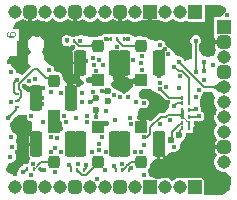
<source format=gbl>
G04*
G04 #@! TF.GenerationSoftware,Altium Limited,Altium Designer,23.11.1 (41)*
G04*
G04 Layer_Physical_Order=6*
G04 Layer_Color=16711680*
%FSLAX44Y44*%
%MOMM*%
G71*
G04*
G04 #@! TF.SameCoordinates,860607A7-82FE-4F03-8345-F0151ACF9F54*
G04*
G04*
G04 #@! TF.FilePolarity,Positive*
G04*
G01*
G75*
%ADD10C,0.1000*%
%ADD13R,0.3500X0.2500*%
%ADD16R,0.2500X0.3500*%
%ADD21C,0.2000*%
%ADD63C,1.1430*%
G04:AMPARAMS|DCode=64|XSize=1.143mm|YSize=1.143mm|CornerRadius=0.2858mm|HoleSize=0mm|Usage=FLASHONLY|Rotation=270.000|XOffset=0mm|YOffset=0mm|HoleType=Round|Shape=RoundedRectangle|*
%AMROUNDEDRECTD64*
21,1,1.1430,0.5715,0,0,270.0*
21,1,0.5715,1.1430,0,0,270.0*
1,1,0.5715,-0.2858,-0.2858*
1,1,0.5715,-0.2858,0.2858*
1,1,0.5715,0.2858,0.2858*
1,1,0.5715,0.2858,-0.2858*
%
%ADD64ROUNDEDRECTD64*%
%ADD65R,1.1430X1.1430*%
G04:AMPARAMS|DCode=66|XSize=1.143mm|YSize=1.143mm|CornerRadius=0.2858mm|HoleSize=0mm|Usage=FLASHONLY|Rotation=180.000|XOffset=0mm|YOffset=0mm|HoleType=Round|Shape=RoundedRectangle|*
%AMROUNDEDRECTD66*
21,1,1.1430,0.5715,0,0,180.0*
21,1,0.5715,1.1430,0,0,180.0*
1,1,0.5715,-0.2858,0.2858*
1,1,0.5715,0.2858,0.2858*
1,1,0.5715,0.2858,-0.2858*
1,1,0.5715,-0.2858,-0.2858*
%
%ADD66ROUNDEDRECTD66*%
%ADD67R,1.1430X1.1430*%
%ADD68C,0.3000*%
%ADD69C,0.1500*%
%ADD70C,0.2500*%
%ADD73C,0.4000*%
%ADD74C,0.4000*%
%ADD77C,0.6000*%
G04:AMPARAMS|DCode=78|XSize=1.05mm|YSize=2.2mm|CornerRadius=0.2625mm|HoleSize=0mm|Usage=FLASHONLY|Rotation=180.000|XOffset=0mm|YOffset=0mm|HoleType=Round|Shape=RoundedRectangle|*
%AMROUNDEDRECTD78*
21,1,1.0500,1.6750,0,0,180.0*
21,1,0.5250,2.2000,0,0,180.0*
1,1,0.5250,-0.2625,0.8375*
1,1,0.5250,0.2625,0.8375*
1,1,0.5250,0.2625,-0.8375*
1,1,0.5250,-0.2625,-0.8375*
%
%ADD78ROUNDEDRECTD78*%
%ADD79R,1.0000X1.0500*%
G04:AMPARAMS|DCode=80|XSize=1.05mm|YSize=1mm|CornerRadius=0.25mm|HoleSize=0mm|Usage=FLASHONLY|Rotation=90.000|XOffset=0mm|YOffset=0mm|HoleType=Round|Shape=RoundedRectangle|*
%AMROUNDEDRECTD80*
21,1,1.0500,0.5000,0,0,90.0*
21,1,0.5500,1.0000,0,0,90.0*
1,1,0.5000,0.2500,0.2750*
1,1,0.5000,0.2500,-0.2750*
1,1,0.5000,-0.2500,-0.2750*
1,1,0.5000,-0.2500,0.2750*
%
%ADD80ROUNDEDRECTD80*%
%ADD81C,0.1200*%
G36*
X185410Y162551D02*
X187350Y161748D01*
X188780Y160792D01*
X189185Y157660D01*
X184463Y152565D01*
X178535D01*
Y136135D01*
X178535D01*
X179532Y134920D01*
X179450Y134507D01*
Y133150D01*
X186750D01*
Y130150D01*
X179450D01*
Y128792D01*
X179788Y127092D01*
X180466Y126077D01*
X179142Y122202D01*
X179095Y122121D01*
X179025Y121861D01*
X178546Y120457D01*
X178093Y120179D01*
X176936Y119706D01*
X172549Y118815D01*
X170895Y119500D01*
X169105D01*
X166314Y124838D01*
Y129917D01*
X166368Y130004D01*
X166815Y130451D01*
X167500Y132105D01*
Y133895D01*
X166815Y135549D01*
X165549Y136815D01*
X163895Y137500D01*
X162105D01*
X160451Y136815D01*
X159185Y135549D01*
X158500Y133895D01*
Y132105D01*
X159185Y130451D01*
X159632Y130004D01*
X159686Y129917D01*
Y117485D01*
X158965Y117186D01*
X153500Y115895D01*
X152815Y117549D01*
X151549Y118815D01*
X150043Y119439D01*
X149895Y119500D01*
X148338Y119963D01*
X146117Y121660D01*
X144139Y123809D01*
X143970Y124174D01*
X143815Y124549D01*
X142549Y125815D01*
X140895Y126500D01*
X138590Y127590D01*
X137500Y129895D01*
X137500Y129895D01*
X137500Y129895D01*
X136815Y131549D01*
X135549Y132815D01*
X133895Y133500D01*
X133895Y133500D01*
X133283Y133500D01*
X132105Y133500D01*
X130451Y132815D01*
X126010Y133267D01*
X125031Y133470D01*
X123824Y134028D01*
X123105Y135105D01*
X121451Y136210D01*
X119500Y136598D01*
X114500D01*
X112549Y136210D01*
X109815Y136549D01*
X108549Y137815D01*
X106895Y138500D01*
X105105D01*
X104501Y138250D01*
X89665D01*
X88164Y138872D01*
X86374D01*
X84720Y138187D01*
X83454Y136921D01*
X83258Y136447D01*
X82500Y136598D01*
X77500D01*
X75549Y136210D01*
X75539Y136203D01*
X74729Y136118D01*
X69250Y137250D01*
X66663Y137389D01*
X66395Y137500D01*
X64605D01*
X64605Y137500D01*
X64001Y137250D01*
X56141D01*
X55370Y137570D01*
X55369Y137570D01*
X53580Y137570D01*
X53580Y137570D01*
X53221Y137421D01*
X50750Y137250D01*
X49975Y133965D01*
X49975Y133964D01*
X49975Y133063D01*
X49975Y132175D01*
X49975Y132174D01*
X50750Y128750D01*
X53393Y128647D01*
X53580Y128570D01*
X53580Y128569D01*
X54272Y128570D01*
X54272Y128569D01*
X54279Y128570D01*
X55368D01*
X55370Y128569D01*
X55806Y128750D01*
X56028Y128426D01*
X59004Y122750D01*
X58929Y122375D01*
Y115000D01*
X60133D01*
Y113000D01*
X58929D01*
Y105625D01*
X59210Y104211D01*
X59445Y103859D01*
X60295Y104710D01*
X61709Y103295D01*
X60859Y102445D01*
X61211Y102210D01*
X62625Y101929D01*
X64376D01*
X69118Y97321D01*
X63970Y93767D01*
X63796Y93789D01*
X63557Y94143D01*
X62705Y93291D01*
X61290Y94705D01*
X62141Y95555D01*
X61789Y95790D01*
X60375Y96071D01*
X59401D01*
X59499Y95823D01*
X59718Y95456D01*
X59978Y95178D01*
X60277Y94990D01*
X60617Y94890D01*
X60996Y94879D01*
X53275Y94225D01*
X53602Y94511D01*
X53896Y94839D01*
X54155Y95209D01*
X54379Y95621D01*
X54569Y96075D01*
X54695Y96480D01*
X51267Y99740D01*
X50598Y100822D01*
Y101500D01*
X50210Y103451D01*
X49105Y105105D01*
X47451Y106210D01*
X43500Y107105D01*
Y108895D01*
X42815Y110549D01*
X41549Y111815D01*
X39895Y112500D01*
X36722Y114820D01*
X35000Y117708D01*
Y117922D01*
X34523Y119702D01*
X32724Y123500D01*
X34523Y127298D01*
X35000Y129079D01*
Y130922D01*
X34523Y132702D01*
X33601Y134298D01*
X32298Y135601D01*
X30702Y136523D01*
X28922Y137000D01*
X27078D01*
X25298Y136523D01*
X23702Y135601D01*
X22399Y134298D01*
X21477Y132702D01*
X21000Y130922D01*
Y129079D01*
X21477Y127298D01*
X23276Y123500D01*
X21477Y119702D01*
X21000Y117922D01*
Y116079D01*
X21477Y114298D01*
X22399Y112702D01*
X23702Y111399D01*
X23738Y111125D01*
X16419Y103806D01*
X14182Y104455D01*
X10963Y106178D01*
X10876Y107204D01*
X10191Y108858D01*
X8925Y110124D01*
X7271Y110809D01*
X4328Y116331D01*
X5815Y119949D01*
X12228D01*
Y132892D01*
X13459D01*
Y142974D01*
X8635D01*
X8565Y143285D01*
X11332Y149035D01*
X13421Y149595D01*
X15294Y150676D01*
X15966Y151348D01*
X16951Y151251D01*
X18392Y150288D01*
X20092Y149950D01*
X21450D01*
Y157250D01*
X24450D01*
Y149950D01*
X25807D01*
X27508Y150288D01*
X28949Y151251D01*
X29934Y151348D01*
X30606Y150676D01*
X32479Y149595D01*
X34569Y149035D01*
X36732D01*
X38821Y149595D01*
X40694Y150676D01*
X41710Y151692D01*
X42290D01*
X43306Y150676D01*
X45179Y149595D01*
X47269Y149035D01*
X49432D01*
X51521Y149595D01*
X53394Y150676D01*
X54066Y151348D01*
X55051Y151251D01*
X56492Y150288D01*
X58193Y149950D01*
X59550D01*
Y157250D01*
X62550D01*
Y149950D01*
X63907D01*
X65608Y150288D01*
X67049Y151251D01*
X68034Y151348D01*
X68706Y150676D01*
X70579Y149595D01*
X72668Y149035D01*
X74832D01*
X76921Y149595D01*
X78794Y150676D01*
X79810Y151692D01*
X80390D01*
X81406Y150676D01*
X83279Y149595D01*
X85368Y149035D01*
X87531D01*
X89621Y149595D01*
X91494Y150676D01*
X92166Y151348D01*
X93151Y151251D01*
X94592Y150288D01*
X96292Y149950D01*
X97650D01*
Y157250D01*
X100650D01*
Y149950D01*
X102008D01*
X103708Y150288D01*
X105149Y151251D01*
X106806Y150676D01*
X108679Y149595D01*
X110768Y149035D01*
X112931Y149035D01*
X117335Y150035D01*
X117335Y150035D01*
X123050D01*
Y157250D01*
X126050D01*
Y150035D01*
X131765D01*
X131765Y150035D01*
X136168Y149035D01*
X138331D01*
X140421Y149595D01*
X142294Y150676D01*
X143600Y151982D01*
X144906Y150676D01*
X146779Y149595D01*
X148478Y149139D01*
X148869Y149035D01*
X154435D01*
Y149035D01*
X170865D01*
Y162961D01*
X183350D01*
X185410Y162551D01*
D02*
G37*
G36*
X89781Y134845D02*
X89873Y134816D01*
X90049Y134779D01*
X90236Y134757D01*
X90433Y134750D01*
X90125Y133250D01*
X89934Y133245D01*
X89781Y133232D01*
Y132500D01*
X89766Y132642D01*
X89720Y132770D01*
X89646Y132882D01*
X89541Y132980D01*
X89405Y133062D01*
X89244Y133128D01*
X89213Y133120D01*
X89044Y133063D01*
X88879Y132996D01*
X88719Y132918D01*
X88564Y132829D01*
X88412Y132731D01*
X88509Y133244D01*
X88280Y133250D01*
Y134750D01*
X88566Y134757D01*
X88800Y134778D01*
X88933Y135482D01*
X89036Y135343D01*
X89149Y135218D01*
X89273Y135109D01*
X89407Y135014D01*
X89471Y134978D01*
X89541Y135020D01*
X89646Y135118D01*
X89720Y135230D01*
X89766Y135358D01*
X89781Y135500D01*
Y134845D01*
D02*
G37*
G36*
X103235Y135358D02*
X103279Y135230D01*
X103355Y135118D01*
X103460Y135020D01*
X103595Y134937D01*
X103744Y134876D01*
X103847Y134913D01*
X104006Y134984D01*
X104158Y135069D01*
X104303Y135166D01*
X104441Y135276D01*
X104572Y135400D01*
Y134754D01*
X104719Y134750D01*
Y133250D01*
X104572Y133246D01*
Y132600D01*
X104441Y132724D01*
X104303Y132834D01*
X104158Y132931D01*
X104006Y133016D01*
X103847Y133088D01*
X103744Y133124D01*
X103595Y133062D01*
X103460Y132980D01*
X103355Y132882D01*
X103279Y132770D01*
X103235Y132642D01*
X103219Y132500D01*
Y133235D01*
X103140Y133244D01*
X102946Y133250D01*
Y134750D01*
X103140Y134756D01*
X103219Y134765D01*
Y135500D01*
X103235Y135358D01*
D02*
G37*
G36*
X97662Y134757D02*
X97653Y134586D01*
X97692Y134388D01*
X97780Y134163D01*
X97915Y133911D01*
X98098Y133633D01*
X98329Y133327D01*
X98935Y132636D01*
X99311Y132250D01*
X98219Y131220D01*
X97889Y131539D01*
X97308Y132036D01*
X97056Y132213D01*
X96831Y132343D01*
X96632Y132425D01*
X96459Y132460D01*
X96313Y132448D01*
X96192Y132388D01*
X96098Y132281D01*
X97719Y134902D01*
X97662Y134757D01*
D02*
G37*
G36*
X61163Y133757D02*
X61153Y133586D01*
X61192Y133388D01*
X61280Y133163D01*
X61415Y132911D01*
X61598Y132633D01*
X61829Y132327D01*
X62435Y131636D01*
X62811Y131250D01*
X61719Y130220D01*
X61389Y130539D01*
X60808Y131036D01*
X60556Y131213D01*
X60331Y131343D01*
X60132Y131425D01*
X59959Y131460D01*
X59813Y131448D01*
X59692Y131388D01*
X59598Y131280D01*
X61220Y133902D01*
X61163Y133757D01*
D02*
G37*
G36*
X164277Y131441D02*
X164166Y131303D01*
X164069Y131158D01*
X163984Y131006D01*
X163913Y130847D01*
X163854Y130681D01*
X163808Y130507D01*
X163776Y130327D01*
X163757Y130140D01*
X163750Y129946D01*
X162250D01*
X162243Y130140D01*
X162224Y130327D01*
X162192Y130507D01*
X162146Y130681D01*
X162087Y130847D01*
X162016Y131006D01*
X161931Y131158D01*
X161834Y131303D01*
X161723Y131441D01*
X161600Y131572D01*
X164400D01*
X164277Y131441D01*
D02*
G37*
G36*
X112013Y127250D02*
X111997Y127393D01*
X111951Y127520D01*
X111875Y127633D01*
X111768Y127730D01*
X111630Y127812D01*
X111462Y127880D01*
X111263Y127933D01*
X111033Y127970D01*
X110773Y127992D01*
X110482Y128000D01*
Y129500D01*
X110773Y129508D01*
X111033Y129530D01*
X111263Y129567D01*
X111462Y129620D01*
X111630Y129688D01*
X111768Y129770D01*
X111875Y129867D01*
X111951Y129980D01*
X111997Y130107D01*
X112013Y130250D01*
Y127250D01*
D02*
G37*
G36*
X75013D02*
X74997Y127393D01*
X74951Y127520D01*
X74875Y127633D01*
X74768Y127730D01*
X74630Y127812D01*
X74462Y127880D01*
X74263Y127933D01*
X74033Y127970D01*
X73773Y127992D01*
X73482Y128000D01*
Y129500D01*
X73773Y129508D01*
X74033Y129530D01*
X74263Y129567D01*
X74462Y129620D01*
X74630Y129688D01*
X74768Y129770D01*
X74875Y129867D01*
X74951Y129980D01*
X74997Y130107D01*
X75013Y130250D01*
Y127250D01*
D02*
G37*
G36*
X151005Y114800D02*
X151025Y114624D01*
X151058Y114453D01*
X151106Y114286D01*
X151168Y114123D01*
X151244Y113964D01*
X151334Y113809D01*
X151439Y113659D01*
X151557Y113513D01*
X151690Y113371D01*
X150629Y112310D01*
X150487Y112443D01*
X150341Y112561D01*
X150191Y112666D01*
X150036Y112756D01*
X149877Y112832D01*
X149714Y112894D01*
X149547Y112942D01*
X149376Y112975D01*
X149200Y112995D01*
X149020Y113000D01*
X151000Y114980D01*
X151005Y114800D01*
D02*
G37*
G36*
X171276Y113441D02*
X171166Y113303D01*
X171068Y113158D01*
X170984Y113006D01*
X170912Y112847D01*
X170854Y112681D01*
X170809Y112507D01*
X170776Y112327D01*
X170756Y112140D01*
X170750Y111946D01*
X169250D01*
X169244Y112140D01*
X169224Y112327D01*
X169191Y112507D01*
X169146Y112681D01*
X169088Y112847D01*
X169016Y113006D01*
X168932Y113158D01*
X168834Y113303D01*
X168724Y113441D01*
X168600Y113572D01*
X171400D01*
X171276Y113441D01*
D02*
G37*
G36*
X170756Y109860D02*
X170776Y109673D01*
X170809Y109493D01*
X170854Y109319D01*
X170912Y109153D01*
X170984Y108994D01*
X171068Y108842D01*
X171166Y108697D01*
X171276Y108559D01*
X171400Y108428D01*
X168600D01*
X168724Y108559D01*
X168834Y108697D01*
X168932Y108842D01*
X169016Y108994D01*
X169088Y109153D01*
X169146Y109319D01*
X169191Y109493D01*
X169224Y109673D01*
X169244Y109860D01*
X169250Y110054D01*
X170750D01*
X170756Y109860D01*
D02*
G37*
G36*
X163757Y108860D02*
X163776Y108673D01*
X163808Y108492D01*
X163854Y108319D01*
X163913Y108153D01*
X163984Y107994D01*
X164069Y107842D01*
X164166Y107697D01*
X164277Y107559D01*
X164400Y107428D01*
X161600D01*
X161723Y107559D01*
X161834Y107697D01*
X161931Y107842D01*
X162016Y107994D01*
X162087Y108153D01*
X162146Y108319D01*
X162192Y108492D01*
X162224Y108673D01*
X162243Y108860D01*
X162250Y109054D01*
X163750D01*
X163757Y108860D01*
D02*
G37*
G36*
X38013Y100018D02*
X38013Y100130D01*
X37982Y100231D01*
X37921Y100319D01*
X37830Y100396D01*
X37708Y100461D01*
X37555Y100514D01*
X37373Y100556D01*
X37159Y100585D01*
X36916Y100603D01*
X36641Y100609D01*
Y102109D01*
X36954Y102114D01*
X37485Y102160D01*
X37704Y102201D01*
X37891Y102252D01*
X38047Y102315D01*
X38171Y102390D01*
X38265Y102476D01*
X38326Y102574D01*
X38357Y102683D01*
X38013Y100018D01*
D02*
G37*
G36*
X11980Y98000D02*
X11800Y97995D01*
X11624Y97975D01*
X11453Y97942D01*
X11286Y97894D01*
X11123Y97832D01*
X10964Y97756D01*
X10809Y97666D01*
X10659Y97562D01*
X10513Y97443D01*
X10371Y97310D01*
X9310Y98371D01*
X9443Y98513D01*
X9561Y98659D01*
X9666Y98809D01*
X9756Y98964D01*
X9832Y99123D01*
X9894Y99286D01*
X9942Y99453D01*
X9975Y99624D01*
X9995Y99800D01*
X10000Y99980D01*
X11980Y98000D01*
D02*
G37*
G36*
X75061Y97037D02*
X75032Y97195D01*
X74946Y97337D01*
X74803Y97462D01*
X74603Y97570D01*
X74345Y97662D01*
X74030Y97737D01*
X73657Y97795D01*
X73228Y97837D01*
X72197Y97871D01*
Y101870D01*
X72741Y101879D01*
X73657Y101946D01*
X74030Y102004D01*
X74345Y102079D01*
X74603Y102171D01*
X74803Y102279D01*
X74946Y102404D01*
X75032Y102546D01*
X75061Y102704D01*
Y97037D01*
D02*
G37*
G36*
X112061Y96969D02*
X112040Y96975D01*
X111979Y96980D01*
X111546Y96992D01*
X110000Y97000D01*
Y101000D01*
X112061Y101031D01*
Y96969D01*
D02*
G37*
G36*
X86402Y90832D02*
X86493Y90808D01*
X86673Y90776D01*
X86860Y90757D01*
X87054Y90750D01*
Y89250D01*
X86860Y89243D01*
X86673Y89224D01*
X86493Y89192D01*
X86402Y89168D01*
Y88500D01*
X86306Y88643D01*
X86191Y88770D01*
X86058Y88883D01*
X85916Y88973D01*
X85842Y88932D01*
X85697Y88834D01*
X85559Y88723D01*
X85428Y88600D01*
Y89159D01*
X85335Y89183D01*
X85107Y89220D01*
X84861Y89242D01*
X84595Y89250D01*
Y90750D01*
X84861Y90758D01*
X85107Y90780D01*
X85335Y90817D01*
X85428Y90841D01*
Y91400D01*
X85559Y91277D01*
X85697Y91166D01*
X85842Y91068D01*
X85916Y91027D01*
X86058Y91117D01*
X86191Y91230D01*
X86306Y91357D01*
X86402Y91500D01*
Y90832D01*
D02*
G37*
G36*
X182669Y89549D02*
X182045Y90167D01*
X180338Y91629D01*
X179823Y91987D01*
X179335Y92280D01*
X178874Y92507D01*
X178441Y92670D01*
X178035Y92767D01*
X177656Y92800D01*
Y94300D01*
X178035Y94332D01*
X178441Y94430D01*
X178874Y94592D01*
X179335Y94820D01*
X179823Y95112D01*
X180338Y95470D01*
X180879Y95892D01*
X182045Y96933D01*
X182669Y97550D01*
Y89549D01*
D02*
G37*
G36*
X23039Y89490D02*
X23021Y89535D01*
X22957Y89574D01*
X22847Y89609D01*
X22690Y89639D01*
X22487Y89665D01*
X21942Y89702D01*
X20775Y89723D01*
Y93723D01*
X21306Y93725D01*
X23471Y93860D01*
X23559Y93897D01*
X23592Y93937D01*
X23039Y89490D01*
D02*
G37*
G36*
X99970Y115940D02*
X99996Y115674D01*
X100040Y115460D01*
X100101Y115298D01*
X100180Y115188D01*
X100276Y115129D01*
X100390Y115123D01*
X100521Y115168D01*
X100670Y115265D01*
X100836Y115414D01*
X103664Y112586D01*
X102961Y111866D01*
X101485Y110170D01*
X101591Y108965D01*
X101732Y104281D01*
X101738Y103133D01*
X103250D01*
Y101929D01*
X104875D01*
X105000Y101954D01*
X109365Y99580D01*
X109645Y98280D01*
X109779Y94121D01*
X105252Y89500D01*
X105105D01*
X103451Y88815D01*
X102692Y88056D01*
X102500Y87864D01*
X101549Y88815D01*
X100491Y89253D01*
X99895Y89500D01*
X97866Y90150D01*
X96093Y91085D01*
X94591Y92269D01*
X93401Y93377D01*
X93278Y93500D01*
X92377Y94401D01*
X91549Y94879D01*
X91233Y96100D01*
X91302Y96550D01*
X92264Y98277D01*
X95417Y101000D01*
X92749D01*
X92741Y103039D01*
X96172D01*
X99992Y105625D01*
X100326Y107981D01*
X100476Y108735D01*
X100295Y108404D01*
X100110Y107970D01*
X99999Y107578D01*
X99961Y107226D01*
Y116258D01*
X99970Y115940D01*
D02*
G37*
G36*
X10500Y89530D02*
X11301Y88842D01*
X11446Y88748D01*
X11569Y88686D01*
X11670Y88656D01*
X11749Y88657D01*
X11806Y88689D01*
X10311Y87123D01*
X10341Y87182D01*
X10341Y87262D01*
X10309Y87365D01*
X10246Y87488D01*
X10153Y87633D01*
X10028Y87800D01*
X9686Y88199D01*
X9220Y88684D01*
X10245Y89780D01*
X10500Y89530D01*
D02*
G37*
G36*
X14780Y83219D02*
X14483Y82912D01*
X14016Y82360D01*
X13847Y82116D01*
X13720Y81894D01*
X13635Y81692D01*
X13592Y81512D01*
Y81353D01*
X13635Y81215D01*
X13720Y81098D01*
X11598Y83219D01*
X11715Y83135D01*
X11853Y83092D01*
X12012D01*
X12192Y83135D01*
X12394Y83219D01*
X12616Y83347D01*
X12860Y83517D01*
X13125Y83729D01*
X13720Y84280D01*
X14780Y83219D01*
D02*
G37*
G36*
X76407Y83015D02*
X77031Y82188D01*
X76916Y82071D01*
X77149Y81639D01*
X77070Y81688D01*
X76985Y81715D01*
X76892Y81723D01*
X76792Y81709D01*
X76685Y81676D01*
X76571Y81621D01*
X76449Y81546D01*
X76417Y81522D01*
X75929Y80973D01*
X75810Y80813D01*
X75627Y80530D01*
X75564Y80407D01*
X74675Y83024D01*
X74816Y82961D01*
X74957Y82921D01*
X75100Y82903D01*
X75244Y82907D01*
X75388Y82934D01*
X75532Y82982D01*
X75678Y83053D01*
X75703Y83068D01*
X75778Y83172D01*
X75867Y83313D01*
X75935Y83441D01*
X75982Y83556D01*
X76007Y83660D01*
X76010Y83752D01*
X76407Y83015D01*
D02*
G37*
G36*
X124600Y91595D02*
X128717Y89670D01*
X130451Y88185D01*
X132105Y87500D01*
X132105Y87500D01*
X132814Y87500D01*
X137907Y82407D01*
X138982Y81689D01*
X140500Y78895D01*
Y77105D01*
X137981Y73302D01*
X136820Y72523D01*
X136365Y72069D01*
X133388D01*
X132023Y71797D01*
X130865Y71023D01*
X125009Y65168D01*
X123000Y66000D01*
Y66000D01*
X118000D01*
Y64867D01*
X116000D01*
Y66000D01*
X114127D01*
X113039Y67759D01*
X114870Y75244D01*
X116451Y76185D01*
X118105Y75500D01*
X119895D01*
X121549Y76185D01*
X122815Y77451D01*
X123500Y79105D01*
Y80895D01*
X122815Y82549D01*
X121549Y83815D01*
X119895Y84500D01*
X118105D01*
X116451Y83815D01*
X114980Y85742D01*
X115423Y88627D01*
X117957Y91802D01*
X122957D01*
X124600Y91595D01*
D02*
G37*
G36*
X11899Y75271D02*
X11868Y75243D01*
X11840Y75196D01*
X11816Y75131D01*
X11796Y75047D01*
X11780Y74944D01*
X11767Y74823D01*
X11752Y74524D01*
X11750Y74346D01*
X10250D01*
X10280Y75280D01*
X11934D01*
X11899Y75271D01*
D02*
G37*
G36*
X80394Y71325D02*
X80267Y71208D01*
X80156Y71073D01*
X80059Y70919D01*
X79977Y70747D01*
X79910Y70556D01*
X79875Y70416D01*
X79897Y70336D01*
X79956Y70171D01*
X80029Y70014D01*
X80115Y69863D01*
X80214Y69720D01*
X80327Y69585D01*
X80452Y69457D01*
X77653Y69399D01*
X77774Y69533D01*
X77883Y69673D01*
X77979Y69820D01*
X78061Y69974D01*
X78132Y70134D01*
X78189Y70302D01*
X78209Y70379D01*
X78170Y70532D01*
X78102Y70721D01*
X78019Y70891D01*
X77921Y71042D01*
X77808Y71175D01*
X77679Y71288D01*
X77536Y71382D01*
X80535Y71423D01*
X80394Y71325D01*
D02*
G37*
G36*
X7021Y69306D02*
X6888Y69165D01*
X6770Y69018D01*
X6665Y68868D01*
X6575Y68713D01*
X6499Y68555D01*
X6437Y68392D01*
X6389Y68224D01*
X6356Y68053D01*
X6336Y67877D01*
X6331Y67697D01*
X4351Y69677D01*
X4531Y69682D01*
X4707Y69702D01*
X4878Y69735D01*
X5046Y69783D01*
X5209Y69845D01*
X5367Y69921D01*
X5522Y70011D01*
X5672Y70116D01*
X5818Y70234D01*
X5961Y70367D01*
X7021Y69306D01*
D02*
G37*
G36*
X87000Y61000D02*
X84939Y60970D01*
X84970Y64970D01*
X84990Y64975D01*
X85051Y64981D01*
X85477Y64992D01*
X87000Y65000D01*
Y61000D01*
D02*
G37*
G36*
X17616Y69799D02*
X18710Y69235D01*
X19500Y68105D01*
X20185Y66451D01*
X21451Y65185D01*
X23105Y64500D01*
X23957D01*
X24927Y62862D01*
X24211Y56790D01*
X23859Y56555D01*
X24709Y55705D01*
X23295Y54290D01*
X22445Y55141D01*
X22210Y54789D01*
X21929Y53375D01*
Y46000D01*
X23133D01*
Y44000D01*
X21929D01*
Y36625D01*
X22210Y35211D01*
X22852Y34250D01*
X22574Y32853D01*
X20835Y28250D01*
X16750D01*
Y26500D01*
X16105D01*
X14451Y25815D01*
X13185Y24549D01*
X12500Y22895D01*
Y22730D01*
X11933Y20769D01*
X9526Y19336D01*
X2986Y22051D01*
X2214Y24649D01*
X5355Y29500D01*
X7145D01*
X8799Y30185D01*
X10065Y31451D01*
X10750Y33105D01*
Y34895D01*
X11408Y40317D01*
X12093Y41971D01*
Y43761D01*
X12093Y43761D01*
X12093Y43761D01*
X10815Y48451D01*
X10815Y48451D01*
X11500Y50105D01*
Y51895D01*
X11500Y51895D01*
X11500Y51895D01*
X10815Y53549D01*
Y53549D01*
X9549Y54815D01*
X7895Y55500D01*
X7895Y55500D01*
X5829Y61386D01*
X6850Y63850D01*
X6880Y63862D01*
X8146Y65128D01*
X8146Y65128D01*
X8831Y66782D01*
X13622Y70335D01*
X17616Y69799D01*
D02*
G37*
G36*
X179174Y84157D02*
X179095Y84021D01*
X178535Y81931D01*
Y79768D01*
X179095Y77679D01*
X180177Y75806D01*
X181483Y74500D01*
X180177Y73194D01*
X179095Y71321D01*
X178535Y69231D01*
Y67068D01*
X179095Y64979D01*
X180177Y63106D01*
X181483Y61800D01*
X180177Y60494D01*
X179095Y58621D01*
X178535Y56531D01*
Y54368D01*
X179095Y52279D01*
X180177Y50406D01*
X180848Y49734D01*
X180751Y48749D01*
X179788Y47307D01*
X179450Y45607D01*
Y44250D01*
X186750D01*
Y41250D01*
X179450D01*
Y39892D01*
X179788Y38192D01*
X180751Y36751D01*
X180848Y35766D01*
X180177Y35094D01*
X179095Y33221D01*
X178535Y31131D01*
Y28968D01*
X179095Y26879D01*
X180177Y25006D01*
X181706Y23476D01*
X183579Y22395D01*
X185669Y21835D01*
X187832D01*
X192387Y18198D01*
X192961Y17221D01*
Y11650D01*
X192551Y9590D01*
X191747Y7650D01*
X190581Y5904D01*
X189096Y4419D01*
X187350Y3252D01*
X185410Y2449D01*
X183350Y2039D01*
X170365D01*
Y16965D01*
X153935D01*
X153935Y16965D01*
X148368Y16965D01*
X146279Y16405D01*
X144406Y15324D01*
X143100Y14018D01*
X141794Y15324D01*
X139921Y16405D01*
X137831Y16965D01*
X135668Y16965D01*
X131265Y15965D01*
X125786Y17223D01*
X123500Y18105D01*
Y19895D01*
X122815Y21549D01*
X123105Y23895D01*
X124210Y25549D01*
X124598Y27500D01*
Y28178D01*
X125267Y29260D01*
X129125Y32929D01*
X130750D01*
Y34133D01*
X132750D01*
Y32929D01*
X134375D01*
X135789Y33210D01*
X136141Y33445D01*
X135290Y34295D01*
X136705Y35710D01*
X137555Y34859D01*
X137790Y35211D01*
X137815Y35336D01*
X139546Y36774D01*
X140870Y37506D01*
X144071Y38514D01*
X144105Y38500D01*
X144105Y38500D01*
X145895D01*
X147549Y39185D01*
X148815Y40451D01*
X148815Y40451D01*
X149500Y42105D01*
X149500Y43895D01*
X150904Y47337D01*
X152377Y48599D01*
X153401Y49623D01*
X154125Y50877D01*
X154500Y52276D01*
Y53724D01*
X155054Y54446D01*
X161000D01*
Y59797D01*
X164681Y64014D01*
X166356Y64500D01*
X166895D01*
X168549Y65185D01*
X169815Y66451D01*
X170500Y68105D01*
Y69895D01*
X169815Y71549D01*
X168549Y72815D01*
X167197Y73375D01*
X167500Y74105D01*
Y75895D01*
X166815Y77549D01*
Y82451D01*
X167500Y84105D01*
Y85533D01*
X168234Y86704D01*
X170494Y89191D01*
X176516Y89243D01*
X179174Y84157D01*
D02*
G37*
G36*
X112013Y28750D02*
X111997Y28893D01*
X111951Y29020D01*
X111875Y29132D01*
X111768Y29230D01*
X111630Y29313D01*
X111462Y29380D01*
X111263Y29432D01*
X111033Y29470D01*
X110773Y29492D01*
X110482Y29500D01*
Y31000D01*
X110773Y31007D01*
X111033Y31030D01*
X111263Y31068D01*
X111462Y31120D01*
X111630Y31188D01*
X111768Y31270D01*
X111875Y31367D01*
X111951Y31480D01*
X111997Y31607D01*
X112013Y31750D01*
Y28750D01*
D02*
G37*
G36*
X38013D02*
X37997Y28893D01*
X37951Y29020D01*
X37875Y29132D01*
X37768Y29230D01*
X37630Y29313D01*
X37462Y29380D01*
X37263Y29432D01*
X37033Y29470D01*
X36773Y29492D01*
X36482Y29500D01*
Y31000D01*
X36773Y31007D01*
X37033Y31030D01*
X37263Y31068D01*
X37462Y31120D01*
X37630Y31188D01*
X37768Y31270D01*
X37875Y31367D01*
X37951Y31480D01*
X37997Y31607D01*
X38013Y31750D01*
Y28750D01*
D02*
G37*
G36*
X30001Y27250D02*
X29982Y27239D01*
X29943Y27208D01*
X29803Y27081D01*
X28898Y26191D01*
X28191Y26898D01*
X29250Y28001D01*
X30001Y27250D01*
D02*
G37*
G36*
X71292Y26457D02*
X71202Y26337D01*
X71122Y26207D01*
X71053Y26066D01*
X70994Y25914D01*
X70946Y25752D01*
X70909Y25578D01*
X70882Y25395D01*
X70866Y25200D01*
X70861Y24995D01*
X69361Y24905D01*
X69355Y25111D01*
X69338Y25305D01*
X69308Y25486D01*
X69267Y25656D01*
X69214Y25813D01*
X69150Y25959D01*
X69073Y26092D01*
X68985Y26214D01*
X68885Y26323D01*
X68774Y26420D01*
X71393Y26565D01*
X71292Y26457D01*
D02*
G37*
G36*
X57946Y25861D02*
X57966Y25617D01*
X57999Y25401D01*
X58046Y25213D01*
X58106Y25055D01*
X58179Y24924D01*
X58265Y24823D01*
X58365Y24750D01*
X58478Y24705D01*
X58604Y24689D01*
X56280Y24720D01*
X56311Y24734D01*
X56338Y24776D01*
X56361Y24847D01*
X56382Y24946D01*
X56400Y25073D01*
X56425Y25413D01*
X56439Y26134D01*
X57939D01*
X57946Y25861D01*
D02*
G37*
G36*
X103811Y24750D02*
X103432Y24361D01*
X102585Y23359D01*
X102398Y23080D01*
X102260Y22829D01*
X102170Y22605D01*
X102128Y22408D01*
X102135Y22240D01*
X102189Y22098D01*
X100598Y24689D01*
X100690Y24585D01*
X100808Y24528D01*
X100954Y24519D01*
X101126Y24557D01*
X101325Y24643D01*
X101550Y24776D01*
X101802Y24956D01*
X102081Y25183D01*
X102719Y25780D01*
X103811Y24750D01*
D02*
G37*
G36*
X95266Y25799D02*
X95302Y25768D01*
X95701Y25948D01*
X95664Y25873D01*
X95642Y25795D01*
X95636Y25713D01*
X95646Y25627D01*
X95671Y25537D01*
X95712Y25443D01*
X95748Y25381D01*
X96264Y24933D01*
X96407Y24839D01*
X96530Y24773D01*
X96634Y24733D01*
X96720Y24720D01*
X95719D01*
X94970Y23970D01*
X94775Y24162D01*
X94016Y24835D01*
X93907Y24912D01*
X93812Y24970D01*
X93731Y25009D01*
X93664Y25028D01*
X94249Y25292D01*
X95009Y26052D01*
X95266Y25799D01*
D02*
G37*
G36*
X17729Y23872D02*
X17862Y23846D01*
X18213Y23804D01*
X18675Y23774D01*
X19932Y23750D01*
X20000Y22250D01*
X19833Y22243D01*
X19679Y22220D01*
X19539Y22183D01*
X19412Y22130D01*
X19299Y22063D01*
X19199Y21981D01*
X19113Y21883D01*
X19041Y21771D01*
X18982Y21644D01*
X18937Y21502D01*
X17623Y23900D01*
X17729Y23872D01*
D02*
G37*
G36*
X64136Y23784D02*
X64130Y23615D01*
X64173Y23418D01*
X64263Y23193D01*
X64401Y22942D01*
X64588Y22663D01*
X64822Y22357D01*
X65433Y21663D01*
X65810Y21275D01*
X64745Y20220D01*
X64411Y20543D01*
X63825Y21047D01*
X63572Y21228D01*
X63347Y21360D01*
X63148Y21446D01*
X62976Y21483D01*
X62832Y21474D01*
X62714Y21416D01*
X62623Y21311D01*
X64189Y23927D01*
X64136Y23784D01*
D02*
G37*
G36*
X8460Y140466D02*
X8518D01*
X8593Y140458D01*
X8684Y140449D01*
X8776Y140433D01*
X8984Y140399D01*
X9209Y140341D01*
X9443Y140266D01*
X9684Y140158D01*
X9693D01*
X9709Y140141D01*
X9743Y140124D01*
X9784Y140099D01*
X9834Y140066D01*
X9893Y140033D01*
X10034Y139933D01*
X10184Y139816D01*
X10342Y139666D01*
X10501Y139491D01*
X10634Y139299D01*
Y139291D01*
X10651Y139275D01*
X10667Y139241D01*
X10684Y139199D01*
X10709Y139150D01*
X10734Y139091D01*
X10767Y139016D01*
X10792Y138941D01*
X10859Y138758D01*
X10909Y138541D01*
X10942Y138308D01*
X10959Y138058D01*
Y138008D01*
X10951Y137942D01*
X10942Y137858D01*
X10934Y137758D01*
X10909Y137642D01*
X10884Y137517D01*
X10851Y137375D01*
X10801Y137225D01*
X10751Y137067D01*
X10676Y136909D01*
X10592Y136750D01*
X10492Y136583D01*
X10376Y136434D01*
X10242Y136275D01*
X10093Y136134D01*
X10084Y136125D01*
X10051Y136100D01*
X10001Y136067D01*
X9926Y136017D01*
X9834Y135959D01*
X9718Y135900D01*
X9576Y135834D01*
X9409Y135767D01*
X9226Y135692D01*
X9018Y135625D01*
X8784Y135567D01*
X8526Y135509D01*
X8243Y135459D01*
X7935Y135426D01*
X7602Y135400D01*
X7243Y135392D01*
X7235D01*
X7218D01*
X7185D01*
X7143D01*
X7093D01*
X7027Y135400D01*
X6960D01*
X6877Y135409D01*
X6693Y135417D01*
X6485Y135434D01*
X6252Y135459D01*
X6002Y135492D01*
X5735Y135542D01*
X5469Y135592D01*
X5202Y135659D01*
X4936Y135742D01*
X4677Y135834D01*
X4427Y135942D01*
X4202Y136075D01*
X4002Y136217D01*
X3994Y136225D01*
X3961Y136250D01*
X3919Y136292D01*
X3861Y136350D01*
X3794Y136417D01*
X3719Y136509D01*
X3644Y136608D01*
X3561Y136725D01*
X3478Y136859D01*
X3402Y137008D01*
X3328Y137167D01*
X3261Y137342D01*
X3203Y137525D01*
X3161Y137725D01*
X3128Y137933D01*
X3119Y138158D01*
Y138250D01*
X3128Y138308D01*
X3136Y138383D01*
X3144Y138475D01*
X3161Y138575D01*
X3186Y138683D01*
X3244Y138925D01*
X3286Y139041D01*
X3336Y139175D01*
X3394Y139299D01*
X3469Y139416D01*
X3544Y139533D01*
X3636Y139649D01*
X3644Y139658D01*
X3661Y139674D01*
X3686Y139708D01*
X3727Y139741D01*
X3777Y139791D01*
X3844Y139841D01*
X3919Y139899D01*
X4002Y139958D01*
X4094Y140016D01*
X4202Y140074D01*
X4319Y140133D01*
X4444Y140191D01*
X4577Y140241D01*
X4719Y140283D01*
X4869Y140324D01*
X5035Y140349D01*
X5110Y139408D01*
X5102D01*
X5085Y139399D01*
X5060Y139391D01*
X5019Y139383D01*
X4919Y139358D01*
X4802Y139316D01*
X4669Y139266D01*
X4536Y139199D01*
X4411Y139133D01*
X4302Y139050D01*
X4294Y139041D01*
X4286Y139033D01*
X4261Y139008D01*
X4236Y138983D01*
X4169Y138900D01*
X4094Y138783D01*
X4019Y138650D01*
X3961Y138483D01*
X3911Y138300D01*
X3902Y138200D01*
X3894Y138100D01*
Y138025D01*
X3911Y137933D01*
X3927Y137825D01*
X3961Y137700D01*
X4002Y137567D01*
X4069Y137433D01*
X4152Y137300D01*
Y137292D01*
X4169Y137283D01*
X4186Y137258D01*
X4211Y137225D01*
X4286Y137150D01*
X4394Y137050D01*
X4527Y136933D01*
X4694Y136817D01*
X4886Y136708D01*
X5102Y136600D01*
X5110D01*
X5127Y136592D01*
X5169Y136575D01*
X5219Y136559D01*
X5277Y136542D01*
X5360Y136517D01*
X5452Y136492D01*
X5552Y136467D01*
X5669Y136442D01*
X5802Y136425D01*
X5952Y136400D01*
X6110Y136375D01*
X6277Y136359D01*
X6460Y136350D01*
X6660Y136342D01*
X6860Y136334D01*
X6860Y136334D01*
X6868D01*
X6860Y136334D01*
X6843Y136350D01*
X6818Y136367D01*
X6785Y136392D01*
X6693Y136467D01*
X6577Y136559D01*
X6452Y136684D01*
X6327Y136825D01*
X6210Y136983D01*
X6102Y137158D01*
Y137167D01*
X6094Y137183D01*
X6077Y137208D01*
X6060Y137242D01*
X6043Y137292D01*
X6018Y137342D01*
X5968Y137475D01*
X5927Y137633D01*
X5885Y137808D01*
X5852Y138000D01*
X5844Y138200D01*
Y138242D01*
X5852Y138291D01*
Y138358D01*
X5869Y138441D01*
X5877Y138533D01*
X5902Y138641D01*
X5927Y138758D01*
X5968Y138875D01*
X6010Y139008D01*
X6069Y139141D01*
X6135Y139275D01*
X6219Y139416D01*
X6310Y139550D01*
X6418Y139683D01*
X6543Y139808D01*
X6552Y139816D01*
X6577Y139833D01*
X6610Y139866D01*
X6668Y139916D01*
X6735Y139966D01*
X6818Y140016D01*
X6918Y140083D01*
X7027Y140141D01*
X7152Y140199D01*
X7285Y140266D01*
X7435Y140316D01*
X7593Y140374D01*
X7760Y140416D01*
X7943Y140449D01*
X8135Y140466D01*
X8335Y140474D01*
X8343D01*
X8368D01*
X8401D01*
X8460Y140466D01*
D02*
G37*
%LPC*%
G36*
X96976Y103304D02*
X96740Y103299D01*
X96472Y103210D01*
X96172Y103039D01*
X96757D01*
X96756Y103018D01*
X96755Y102957D01*
X96752Y101929D01*
X97375D01*
X97694Y101993D01*
X97686Y102076D01*
X97607Y102488D01*
X97497Y102817D01*
X97355Y103063D01*
X97182Y103225D01*
X96976Y103304D01*
D02*
G37*
G36*
X8393Y139508D02*
X8385D01*
X8360D01*
X8318D01*
X8260Y139500D01*
X8193Y139491D01*
X8118Y139483D01*
X8035Y139474D01*
X7943Y139458D01*
X7743Y139408D01*
X7535Y139333D01*
X7426Y139283D01*
X7326Y139225D01*
X7235Y139158D01*
X7143Y139083D01*
X7135Y139075D01*
X7127Y139066D01*
X7102Y139041D01*
X7068Y139008D01*
X7035Y138966D01*
X6993Y138916D01*
X6910Y138791D01*
X6827Y138633D01*
X6752Y138450D01*
X6693Y138242D01*
X6685Y138125D01*
X6677Y138008D01*
Y137950D01*
X6685Y137900D01*
X6693Y137850D01*
X6702Y137783D01*
X6735Y137633D01*
X6793Y137458D01*
X6877Y137275D01*
X6927Y137183D01*
X6985Y137092D01*
X7060Y137000D01*
X7143Y136917D01*
X7152Y136909D01*
X7168Y136900D01*
X7193Y136875D01*
X7227Y136850D01*
X7268Y136817D01*
X7326Y136775D01*
X7393Y136734D01*
X7468Y136700D01*
X7543Y136658D01*
X7635Y136617D01*
X7843Y136542D01*
X8076Y136492D01*
X8210Y136484D01*
X8343Y136475D01*
X8351D01*
X8368D01*
X8393D01*
X8426D01*
X8468Y136484D01*
X8518D01*
X8643Y136500D01*
X8784Y136525D01*
X8943Y136559D01*
X9109Y136608D01*
X9276Y136675D01*
X9284D01*
X9293Y136684D01*
X9318Y136700D01*
X9351Y136717D01*
X9426Y136758D01*
X9526Y136825D01*
X9634Y136909D01*
X9743Y137008D01*
X9851Y137117D01*
X9951Y137250D01*
Y137258D01*
X9959Y137267D01*
X9984Y137317D01*
X10026Y137392D01*
X10067Y137492D01*
X10109Y137608D01*
X10151Y137742D01*
X10176Y137892D01*
X10184Y138041D01*
Y138100D01*
X10176Y138141D01*
X10167Y138200D01*
X10159Y138258D01*
X10126Y138400D01*
X10067Y138558D01*
X10026Y138650D01*
X9984Y138733D01*
X9926Y138825D01*
X9868Y138908D01*
X9793Y138991D01*
X9709Y139075D01*
X9701Y139083D01*
X9684Y139091D01*
X9659Y139116D01*
X9618Y139141D01*
X9568Y139175D01*
X9509Y139208D01*
X9443Y139249D01*
X9359Y139291D01*
X9276Y139333D01*
X9176Y139375D01*
X9068Y139408D01*
X8951Y139441D01*
X8826Y139466D01*
X8684Y139491D01*
X8543Y139500D01*
X8393Y139508D01*
D02*
G37*
%LPD*%
D10*
X26750Y25250D02*
X27250D01*
X26000Y24000D02*
Y24500D01*
X26750Y25250D01*
X27250D02*
X30000Y28000D01*
D13*
X12000Y76500D02*
D03*
Y82000D02*
D03*
Y87500D02*
D03*
D16*
X31500Y24000D02*
D03*
X26000D02*
D03*
X20500D02*
D03*
X54500Y133000D02*
D03*
X60000D02*
D03*
X65500D02*
D03*
X91000Y134000D02*
D03*
X96500D02*
D03*
X102000D02*
D03*
X68500Y23000D02*
D03*
X63000D02*
D03*
X57500D02*
D03*
X106500D02*
D03*
X101000D02*
D03*
X95500D02*
D03*
X157250Y68500D02*
D03*
X151750D02*
D03*
X157250Y74250D02*
D03*
X151750D02*
D03*
Y80000D02*
D03*
X157250D02*
D03*
X151750Y84750D02*
D03*
X157250D02*
D03*
X151750Y63500D02*
D03*
X157250D02*
D03*
X151750Y58696D02*
D03*
X157250D02*
D03*
D21*
X151750Y68500D02*
Y69000D01*
X151000Y69250D02*
X151500D01*
X139343Y70000D02*
X150250D01*
X151000Y69250D01*
X151500D02*
X151750Y69000D01*
X137843Y68500D02*
X139343Y70000D01*
X133388Y68500D02*
X137843D01*
X124500Y59612D02*
X133388Y68500D01*
X124500Y54172D02*
Y59612D01*
X121961Y51633D02*
X124500Y54172D01*
X119383Y51633D02*
X121961D01*
X119000Y51250D02*
X119383Y51633D01*
X157250Y58696D02*
Y63500D01*
Y58696D02*
X157250Y58696D01*
X151657Y107000D02*
X157250Y101407D01*
X149000Y107000D02*
X151657D01*
X145000Y111000D02*
X149000Y107000D01*
X157250Y84750D02*
Y101407D01*
Y80000D02*
Y84750D01*
D63*
X186750Y68150D02*
D03*
Y80850D02*
D03*
Y55450D02*
D03*
Y93550D02*
D03*
Y118950D02*
D03*
Y30050D02*
D03*
X47850Y8750D02*
D03*
X73250D02*
D03*
X9750D02*
D03*
X35150D02*
D03*
X85950D02*
D03*
X111350D02*
D03*
X48350Y157250D02*
D03*
X73750D02*
D03*
X10250D02*
D03*
X35650D02*
D03*
X86450D02*
D03*
X111850D02*
D03*
X137250D02*
D03*
X149950D02*
D03*
X136750Y8750D02*
D03*
X149450D02*
D03*
D64*
X186750Y131650D02*
D03*
Y106250D02*
D03*
Y42750D02*
D03*
D65*
Y144350D02*
D03*
D66*
X60550Y8750D02*
D03*
X22450D02*
D03*
X98650D02*
D03*
X61050Y157250D02*
D03*
X22950D02*
D03*
X99150D02*
D03*
D67*
X124050Y8750D02*
D03*
X124550Y157250D02*
D03*
X162650D02*
D03*
X162150Y8750D02*
D03*
D68*
X169561Y17769D02*
G03*
X169001Y18000I-560J-562D01*
G01*
X169562Y17768D02*
G03*
X169561Y17769I-561J-561D01*
G01*
X58963Y127158D02*
G03*
X57588Y126588I0J-1944D01*
G01*
X133705Y80977D02*
X139889D01*
X133705Y80904D02*
Y80977D01*
X169562Y17768D02*
X170365Y16965D01*
X169561Y17769D02*
X169562Y17768D01*
X32478Y23000D02*
X35000D01*
X31500Y23978D02*
X32478Y23000D01*
X131750Y120359D02*
X136809Y125417D01*
X131750Y114000D02*
Y120359D01*
X136809Y125417D02*
Y125809D01*
X137000Y126000D01*
X31500Y23978D02*
Y24000D01*
D69*
X150371Y62196D02*
X150675Y62500D01*
X151250D02*
X151750Y63000D01*
X143000Y48000D02*
Y55421D01*
X149775Y62196D01*
X150371D01*
X150675Y62500D02*
X151250D01*
X149000Y115000D02*
X159250Y104750D01*
X170450Y93550D02*
X186750D01*
X159250Y104447D02*
X161447Y102250D01*
X159250Y104447D02*
Y104750D01*
X161447Y102250D02*
X161750D01*
X170450Y93550D01*
X133000Y92000D02*
X140250Y84750D01*
X151750D01*
X145129Y78000D02*
X147129Y80000D01*
X151750D01*
X145000Y78000D02*
X145129D01*
X161574Y74250D02*
X162323Y75000D01*
X157250Y74250D02*
X161574D01*
X162323Y75000D02*
X163000D01*
X165324Y69000D02*
X166000D01*
X157250Y68500D02*
X164823D01*
X165324Y69000D01*
X149739Y53739D02*
Y56685D01*
X150750Y57696D02*
X151250D01*
X151750Y58196D02*
Y58696D01*
X149000Y53000D02*
X149739Y53739D01*
Y56685D02*
X150750Y57696D01*
X151250D02*
X151750Y58196D01*
X151750Y63000D02*
Y63500D01*
X15750Y98447D02*
Y98450D01*
X26300Y109000D02*
X29000D01*
X15750Y98450D02*
X26300Y109000D01*
X13849Y91552D02*
X15500Y89901D01*
X13849Y91552D02*
Y96546D01*
X15500Y85000D02*
Y89901D01*
X57189Y23311D02*
Y26134D01*
X56000Y27324D02*
X57189Y26134D01*
Y23311D02*
X57500Y23000D01*
X56000Y27324D02*
Y28000D01*
X74228Y81728D02*
X75511D01*
X73750Y81250D02*
X74228Y81728D01*
X75511D02*
X77782Y84000D01*
X79000D01*
X79041Y68041D02*
Y73959D01*
Y68041D02*
X79082Y68000D01*
X79000Y74000D02*
X79041Y73959D01*
X84000Y90000D02*
X89000D01*
X163000Y106000D02*
Y133000D01*
X87269Y134372D02*
X87641Y134000D01*
X91000D01*
X102000D02*
X106000D01*
X96500Y133500D02*
X97000Y133000D01*
X97500D01*
X101750Y128750D01*
X117000D01*
X96500Y133500D02*
Y134000D01*
X60500Y132000D02*
X61000D01*
X64250Y128750D01*
X60000Y132500D02*
Y133000D01*
Y132500D02*
X60500Y132000D01*
X64250Y128750D02*
X80000D01*
X29000Y109000D02*
X36641Y101359D01*
X40391D02*
X43000Y98750D01*
X36641Y101359D02*
X40391D01*
X13849Y96546D02*
X15750Y98447D01*
X12500Y82000D02*
X15500Y85000D01*
X10964Y88000D02*
X11500D01*
X12000Y87500D01*
X9500Y97500D02*
X12000Y100000D01*
X9500Y89465D02*
Y97500D01*
Y89465D02*
X10964Y88000D01*
X12000Y82000D02*
X12500D01*
X11000Y74346D02*
Y76000D01*
X4331Y67677D02*
X11000Y74346D01*
X11500Y76500D02*
X12000D01*
X11000Y76000D02*
X11500Y76500D01*
X170000Y107000D02*
Y115000D01*
X106447Y28750D02*
X106750D01*
X108250Y30250D01*
X104250Y26553D02*
X106447Y28750D01*
X104250Y26250D02*
Y26553D01*
X106500Y23000D02*
Y23500D01*
X108000Y25000D01*
X102000Y24000D02*
X104250Y26250D01*
X63500Y22000D02*
X64025D01*
X66525Y19500D01*
X70475D01*
X76129Y25154D02*
Y25182D01*
X80000Y29053D02*
Y30250D01*
X76129Y25182D02*
X80000Y29053D01*
X70475Y19500D02*
X76129Y25154D01*
X70000Y28000D02*
X70111Y27889D01*
Y24879D02*
Y27889D01*
X68500Y23500D02*
X69000Y24000D01*
X69232D01*
X68500Y23500D02*
Y23500D01*
X63000Y22500D02*
X63500Y22000D01*
X69232Y24000D02*
X70111Y24879D01*
X101500Y24000D02*
X102000D01*
X101000Y23000D02*
Y23500D01*
X101500Y24000D01*
X108250Y30250D02*
X117000D01*
X94000Y27000D02*
X94478Y26522D01*
X95500Y24000D02*
Y24500D01*
X94478Y25522D02*
X95500Y24500D01*
X94478Y25522D02*
Y26522D01*
X30000Y28000D02*
X32250Y30250D01*
X43000D01*
X17677Y22000D02*
X18677Y23000D01*
X20500Y23500D02*
Y24000D01*
X20000Y23000D02*
X20500Y23500D01*
X18677Y23000D02*
X20000D01*
X17000Y22000D02*
X17677D01*
D70*
X151750Y68500D02*
Y74250D01*
D73*
X83750Y51250D02*
D03*
X72075Y99993D02*
D03*
X171278Y87749D02*
D03*
X13066Y107111D02*
D03*
X5000Y115000D02*
D03*
X17500D02*
D03*
Y127500D02*
D03*
Y137000D02*
D03*
Y143750D02*
D03*
X132882Y62337D02*
D03*
X79389Y15862D02*
D03*
X154544Y148109D02*
D03*
X145204Y140485D02*
D03*
X178259Y71291D02*
D03*
X139889Y80977D02*
D03*
X133705Y80904D02*
D03*
X71388Y69485D02*
D03*
X70864Y63981D02*
D03*
X162496Y45244D02*
D03*
X176700Y45657D02*
D03*
X170476Y99515D02*
D03*
X177383Y112128D02*
D03*
X23930Y18960D02*
D03*
X94124Y86747D02*
D03*
X48738Y88272D02*
D03*
X66675Y81051D02*
D03*
X76175Y89503D02*
D03*
X60374Y89553D02*
D03*
X44459Y132580D02*
D03*
X175000Y125000D02*
D03*
X165410Y56626D02*
D03*
X176863Y55641D02*
D03*
X170000Y35000D02*
D03*
X175000Y160000D02*
D03*
X185000D02*
D03*
X190000Y155000D02*
D03*
X95000Y140000D02*
D03*
X119010Y146783D02*
D03*
X117384Y120318D02*
D03*
X147666Y122695D02*
D03*
X129959Y17773D02*
D03*
X143974Y19649D02*
D03*
X146289Y31600D02*
D03*
X86393Y23099D02*
D03*
X43726Y21917D02*
D03*
X10000Y20000D02*
D03*
X5000Y25000D02*
D03*
X37500Y122000D02*
D03*
X65250Y146250D02*
D03*
X79250Y146750D02*
D03*
X99250Y145750D02*
D03*
X189001Y18000D02*
D03*
X184001Y8000D02*
D03*
X174001Y148000D02*
D03*
Y28000D02*
D03*
X179001Y18000D02*
D03*
X174001Y8000D02*
D03*
X169001Y138000D02*
D03*
X164001Y28000D02*
D03*
X169001Y18000D02*
D03*
X159001D02*
D03*
X144001Y148000D02*
D03*
X139001Y138000D02*
D03*
X119001D02*
D03*
X79001D02*
D03*
X54001Y148000D02*
D03*
X59001Y138000D02*
D03*
X44001Y148000D02*
D03*
X34001D02*
D03*
X39001Y138000D02*
D03*
X29001D02*
D03*
X117500Y108000D02*
D03*
X117180Y114250D02*
D03*
X76250Y118000D02*
D03*
X81500Y116750D02*
D03*
X48000Y58750D02*
D03*
X73750Y81250D02*
D03*
X107745Y67277D02*
D03*
X94500Y66000D02*
D03*
X108750Y62379D02*
D03*
X79082Y68000D02*
D03*
X135000Y55000D02*
D03*
X70000Y116000D02*
D03*
X84000Y90000D02*
D03*
X67000Y89000D02*
D03*
X106000Y85000D02*
D03*
X99000D02*
D03*
X112402Y80856D02*
D03*
X119000Y80000D02*
D03*
Y85000D02*
D03*
X52000Y69000D02*
D03*
X53000Y64000D02*
D03*
X87000Y73500D02*
D03*
X19000Y68000D02*
D03*
X24000Y69000D02*
D03*
X34000Y64000D02*
D03*
X28000Y81000D02*
D03*
X81000Y45250D02*
D03*
X46000Y50750D02*
D03*
X44000Y42000D02*
D03*
X61500Y49000D02*
D03*
X110000Y99000D02*
D03*
X87000Y63000D02*
D03*
X41000Y51000D02*
D03*
X47000Y63500D02*
D03*
X6250Y34000D02*
D03*
X7000Y51000D02*
D03*
X117000Y38500D02*
D03*
X119000Y44750D02*
D03*
Y51250D02*
D03*
X141000Y66000D02*
D03*
X143000Y48000D02*
D03*
X149000Y53000D02*
D03*
X145000Y43000D02*
D03*
X112000Y39000D02*
D03*
X58000Y81000D02*
D03*
X57000Y100000D02*
D03*
X78429Y99472D02*
D03*
X79000Y107594D02*
D03*
X137000Y126000D02*
D03*
X119000Y100000D02*
D03*
X149000Y93000D02*
D03*
X138000Y94000D02*
D03*
X81000Y40000D02*
D03*
X75000Y39000D02*
D03*
X133000Y97000D02*
D03*
Y92000D02*
D03*
X163000Y133000D02*
D03*
Y106000D02*
D03*
X145000Y78000D02*
D03*
X87269Y134372D02*
D03*
X106000Y134000D02*
D03*
X6376Y106309D02*
D03*
X65500Y133000D02*
D03*
X54475Y133070D02*
D03*
X12000Y100000D02*
D03*
X4331Y67677D02*
D03*
X102500Y54000D02*
D03*
X89000Y82000D02*
D03*
X61578Y67360D02*
D03*
X163000Y85000D02*
D03*
X165934Y91006D02*
D03*
X170000Y107000D02*
D03*
Y115000D02*
D03*
X163000Y63000D02*
D03*
X166000Y69000D02*
D03*
X163000Y75000D02*
D03*
X119000Y19000D02*
D03*
X108000Y25000D02*
D03*
X70000Y28000D02*
D03*
X56000D02*
D03*
X35000Y23000D02*
D03*
X94000Y27000D02*
D03*
X63286Y28842D02*
D03*
X25786D02*
D03*
X17000Y22000D02*
D03*
X40834Y89477D02*
D03*
X86850Y38349D02*
D03*
X100786Y28842D02*
D03*
X97500Y54000D02*
D03*
X119000Y66000D02*
D03*
X150000Y103000D02*
D03*
X131965Y102963D02*
D03*
X149000Y115000D02*
D03*
X145000Y111000D02*
D03*
X140000Y122000D02*
D03*
X133000Y129000D02*
D03*
X33894Y93037D02*
D03*
X77000Y112000D02*
D03*
X39000Y108000D02*
D03*
X58963Y127158D02*
D03*
X96463D02*
D03*
X110399Y116651D02*
D03*
X84249Y112000D02*
D03*
X94749Y101000D02*
D03*
X99749D02*
D03*
X44513Y116472D02*
D03*
X62249Y101000D02*
D03*
X27250Y100250D02*
D03*
X22116Y99157D02*
D03*
X17599Y94900D02*
D03*
X7092Y80964D02*
D03*
X33250Y84250D02*
D03*
Y79250D02*
D03*
X49350Y38349D02*
D03*
X60000Y53500D02*
D03*
X65000D02*
D03*
X40236Y38528D02*
D03*
X12500Y59000D02*
D03*
X7593Y42866D02*
D03*
X11850Y38349D02*
D03*
X22500Y54000D02*
D03*
X27500D02*
D03*
D74*
X55750Y124750D02*
X57588Y126588D01*
X72197Y99871D02*
X78030D01*
X72075Y99993D02*
X72197Y99871D01*
X78030D02*
X78429Y99472D01*
X47000Y59750D02*
Y63000D01*
Y59750D02*
X48000Y58750D01*
X25048Y91723D02*
X28250Y88521D01*
X20775Y91723D02*
X25048D01*
X28250Y84000D02*
Y88521D01*
X17599Y94900D02*
X20775Y91723D01*
X57000Y84750D02*
Y100000D01*
Y84750D02*
X57750Y84000D01*
X62386Y102793D02*
Y111136D01*
X65250Y114000D01*
X62249Y102657D02*
X62386Y102793D01*
X62249Y101000D02*
Y102657D01*
X116750Y99000D02*
X117000Y99250D01*
X110000Y99000D02*
X116750D01*
X94749Y101000D02*
Y113999D01*
X94750Y114000D01*
X99749Y111499D02*
X102250Y114000D01*
X99749Y101000D02*
Y111499D01*
X80000Y60000D02*
X83000Y63000D01*
X80000Y59750D02*
Y60000D01*
X83000Y63000D02*
X87000D01*
D77*
X142523Y48855D02*
D03*
X149000Y53000D02*
D03*
X89000Y82000D02*
D03*
Y90000D02*
D03*
X79000Y74000D02*
D03*
Y84000D02*
D03*
D78*
X57750D02*
D03*
X28250D02*
D03*
X28250Y45000D02*
D03*
X57750D02*
D03*
X94750Y114000D02*
D03*
X65250D02*
D03*
X131750D02*
D03*
X102250D02*
D03*
X65250Y45000D02*
D03*
X94750D02*
D03*
X102250D02*
D03*
X131750D02*
D03*
D79*
X43000Y69250D02*
D03*
X43000Y59750D02*
D03*
X80000Y99250D02*
D03*
X117000D02*
D03*
X80000Y59750D02*
D03*
X117000D02*
D03*
D80*
X43000Y98750D02*
D03*
X43000Y30250D02*
D03*
X80000Y128750D02*
D03*
X117000D02*
D03*
X80000Y30250D02*
D03*
X117000D02*
D03*
D81*
X151750Y68000D02*
Y68500D01*
X156600Y64650D02*
X157250Y64000D01*
X154600Y65353D02*
X155303Y64650D01*
X153163Y67350D02*
X154600Y65913D01*
X151750Y68000D02*
X152400Y67350D01*
X157250Y63500D02*
Y64000D01*
X155303Y64650D02*
X156600D01*
X154600Y65353D02*
Y65913D01*
X152400Y67350D02*
X153163D01*
M02*

</source>
